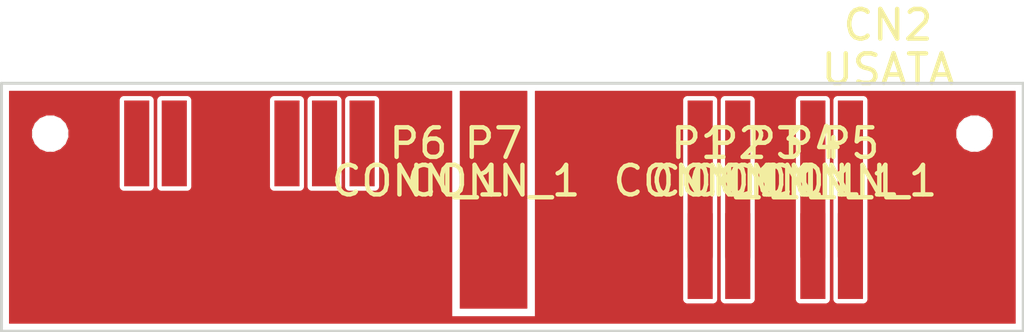
<source format=kicad_pcb>
(kicad_pcb (version 3) (host pcbnew "(2013-07-07 BZR 4022)-stable")

  (general
    (links 12)
    (no_connects 0)
    (area 129.997999 75.285 164.642001 86.410001)
    (thickness 1.6)
    (drawings 4)
    (tracks 4)
    (zones 0)
    (modules 8)
    (nets 7)
  )

  (page A4)
  (layers
    (15 F.Cu signal)
    (0 B.Cu signal)
    (16 B.Adhes user)
    (17 F.Adhes user)
    (18 B.Paste user)
    (19 F.Paste user)
    (20 B.SilkS user)
    (21 F.SilkS user)
    (22 B.Mask user)
    (23 F.Mask user)
    (24 Dwgs.User user)
    (25 Cmts.User user)
    (26 Eco1.User user)
    (27 Eco2.User user)
    (28 Edge.Cuts user)
  )

  (setup
    (last_trace_width 0.85)
    (trace_clearance 0.15)
    (zone_clearance 0.0254)
    (zone_45_only no)
    (trace_min 0.254)
    (segment_width 0.1)
    (edge_width 0.1)
    (via_size 0.889)
    (via_drill 0.635)
    (via_min_size 0.889)
    (via_min_drill 0.508)
    (uvia_size 0.508)
    (uvia_drill 0.127)
    (uvias_allowed no)
    (uvia_min_size 0.508)
    (uvia_min_drill 0.127)
    (pcb_text_width 0.1)
    (pcb_text_size 0.1 0.1)
    (mod_edge_width 0.1)
    (mod_text_size 0.1 0.1)
    (mod_text_width 0.1)
    (pad_size 0.85 2.9)
    (pad_drill 0)
    (pad_to_mask_clearance 0)
    (aux_axis_origin 0 0)
    (visible_elements 7FFFFFFF)
    (pcbplotparams
      (layerselection 268468224)
      (usegerberextensions true)
      (excludeedgelayer false)
      (linewidth 0.150000)
      (plotframeref false)
      (viasonmask false)
      (mode 1)
      (useauxorigin true)
      (hpglpennumber 1)
      (hpglpenspeed 20)
      (hpglpendiameter 15)
      (hpglpenoverlay 2)
      (psnegative false)
      (psa4output false)
      (plotreference true)
      (plotvalue false)
      (plotothertext false)
      (plotinvisibletext false)
      (padsonsilk false)
      (subtractmaskfromsilk false)
      (outputformat 1)
      (mirror false)
      (drillshape 0)
      (scaleselection 1)
      (outputdirectory Gerber/))
  )

  (net 0 "")
  (net 1 /+3.3V)
  (net 2 /A+)
  (net 3 /A-)
  (net 4 /B+)
  (net 5 /B-)
  (net 6 /GND)

  (net_class Default "This is the default net class."
    (clearance 0.15)
    (trace_width 0.85)
    (via_dia 0.889)
    (via_drill 0.635)
    (uvia_dia 0.508)
    (uvia_drill 0.127)
    (add_net "")
    (add_net /+3.3V)
    (add_net /A+)
    (add_net /A-)
    (add_net /B+)
    (add_net /B-)
    (add_net /GND)
  )

  (module uSATA (layer F.Cu) (tedit 54479C74) (tstamp 544804AA)
    (at 160.02 80.01)
    (path /53E0E90C)
    (fp_text reference CN2 (at 0 -4) (layer F.SilkS)
      (effects (font (size 1 1) (thickness 0.15)))
    )
    (fp_text value USATA (at 0 -2.5) (layer F.SilkS)
      (effects (font (size 1 1) (thickness 0.15)))
    )
    (pad 1 smd rect (at 0 0) (size 0.85 2.9)
      (layers F.Cu F.Paste F.Mask)
      (net 6 /GND)
    )
    (pad 2 smd rect (at -1.27 0) (size 0.85 2.9)
      (layers F.Cu F.Paste F.Mask)
      (net 2 /A+)
    )
    (pad 3 smd rect (at -2.54 0) (size 0.85 2.9)
      (layers F.Cu F.Paste F.Mask)
      (net 3 /A-)
    )
    (pad 4 smd rect (at -3.81 0) (size 0.85 2.9)
      (layers F.Cu F.Paste F.Mask)
      (net 6 /GND)
    )
    (pad 5 smd rect (at -5.08 0) (size 0.85 2.9)
      (layers F.Cu F.Paste F.Mask)
      (net 5 /B-)
    )
    (pad 6 smd rect (at -6.35 0) (size 0.85 2.9)
      (layers F.Cu F.Paste F.Mask)
      (net 4 /B+)
    )
    (pad 7 smd rect (at -7.62 0) (size 0.85 2.9)
      (layers F.Cu F.Paste F.Mask)
      (net 6 /GND)
    )
    (pad "" thru_hole circle (at 2.925 -0.33) (size 1.18 1.18) (drill 1.18)
      (layers *.Mask F.Cu F.SilkS)
      (clearance 0.0001)
    )
    (pad 8 smd rect (at -12.7 0) (size 0.85 2.9)
      (layers F.Cu F.Paste F.Mask)
      (net 1 /+3.3V)
    )
    (pad 9 smd rect (at -13.97 0) (size 0.85 2.9)
      (layers F.Cu F.Paste F.Mask)
      (net 1 /+3.3V)
    )
    (pad 10 smd rect (at -15.24 0) (size 0.85 2.9)
      (layers F.Cu F.Paste F.Mask)
      (net 6 /GND)
    )
    (pad 11 smd rect (at -16.51 0) (size 0.85 2.9)
      (layers F.Cu F.Paste F.Mask)
      (net 6 /GND)
    )
    (pad 12 smd rect (at -17.78 0) (size 0.85 2.9)
      (layers F.Cu F.Paste F.Mask)
    )
    (pad 13 smd rect (at -19.05 0) (size 0.85 2.9)
      (layers F.Cu F.Paste F.Mask)
    )
    (pad 14 smd rect (at -20.32 0) (size 0.85 2.9)
      (layers F.Cu F.Paste F.Mask)
    )
    (pad 15 smd rect (at -24.13 0) (size 0.85 2.9)
      (layers F.Cu F.Paste F.Mask)
    )
    (pad 16 smd rect (at -25.4 0) (size 0.85 2.9)
      (layers F.Cu F.Paste F.Mask)
    )
    (pad "" thru_hole circle (at -28.325 -0.33) (size 1.18 1.18) (drill 1.18)
      (layers *.Mask F.Cu F.SilkS)
      (clearance 0.0001)
    )
  )

  (module smd_usata (layer F.Cu) (tedit 5446484C) (tstamp 544801FE)
    (at 153.67 83.82)
    (path /54462EF2)
    (fp_text reference P1 (at 0 -3.81) (layer F.SilkS)
      (effects (font (size 1 1) (thickness 0.15)))
    )
    (fp_text value CONN_1 (at 0 -2.54) (layer F.SilkS)
      (effects (font (size 1 1) (thickness 0.15)))
    )
    (pad 1 smd rect (at 0 0) (size 0.85 2.9)
      (layers F.Cu F.Paste F.Mask)
      (net 4 /B+)
    )
  )

  (module smd_usata (layer F.Cu) (tedit 5446484C) (tstamp 54480203)
    (at 154.94 83.82)
    (path /54462F8B)
    (fp_text reference P2 (at 0 -3.81) (layer F.SilkS)
      (effects (font (size 1 1) (thickness 0.15)))
    )
    (fp_text value CONN_1 (at 0 -2.54) (layer F.SilkS)
      (effects (font (size 1 1) (thickness 0.15)))
    )
    (pad 1 smd rect (at 0 0) (size 0.85 2.9)
      (layers F.Cu F.Paste F.Mask)
      (net 5 /B-)
    )
  )

  (module smd_usata (layer F.Cu) (tedit 5446484C) (tstamp 54480208)
    (at 156.21 83.82)
    (path /54462F91)
    (fp_text reference P3 (at 0 -3.81) (layer F.SilkS)
      (effects (font (size 1 1) (thickness 0.15)))
    )
    (fp_text value CONN_1 (at 0 -2.54) (layer F.SilkS)
      (effects (font (size 1 1) (thickness 0.15)))
    )
    (pad 1 smd rect (at 0 0) (size 0.85 2.9)
      (layers F.Cu F.Paste F.Mask)
      (net 6 /GND)
    )
  )

  (module smd_usata (layer F.Cu) (tedit 5446484C) (tstamp 5448020D)
    (at 157.48 83.82)
    (path /54462F97)
    (fp_text reference P4 (at 0 -3.81) (layer F.SilkS)
      (effects (font (size 1 1) (thickness 0.15)))
    )
    (fp_text value CONN_1 (at 0 -2.54) (layer F.SilkS)
      (effects (font (size 1 1) (thickness 0.15)))
    )
    (pad 1 smd rect (at 0 0) (size 0.85 2.9)
      (layers F.Cu F.Paste F.Mask)
      (net 3 /A-)
    )
  )

  (module smd_usata (layer F.Cu) (tedit 5446484C) (tstamp 54480212)
    (at 158.75 83.82)
    (path /54462F9D)
    (fp_text reference P5 (at 0 -3.81) (layer F.SilkS)
      (effects (font (size 1 1) (thickness 0.15)))
    )
    (fp_text value CONN_1 (at 0 -2.54) (layer F.SilkS)
      (effects (font (size 1 1) (thickness 0.15)))
    )
    (pad 1 smd rect (at 0 0) (size 0.85 2.9)
      (layers F.Cu F.Paste F.Mask)
      (net 2 /A+)
    )
  )

  (module smd_usata (layer F.Cu) (tedit 5446484C) (tstamp 544805FE)
    (at 144.145 83.82)
    (path /54462FA3)
    (fp_text reference P6 (at 0 -3.81) (layer F.SilkS)
      (effects (font (size 1 1) (thickness 0.15)))
    )
    (fp_text value CONN_1 (at 0 -2.54) (layer F.SilkS)
      (effects (font (size 1 1) (thickness 0.15)))
    )
    (pad 1 smd rect (at 0 0) (size 0.85 2.9)
      (layers F.Cu F.Paste F.Mask)
      (net 6 /GND)
    )
  )

  (module smd_usata (layer F.Cu) (tedit 5446484C) (tstamp 54480604)
    (at 146.685 83.82)
    (path /54462FA9)
    (fp_text reference P7 (at 0 -3.81) (layer F.SilkS)
      (effects (font (size 1 1) (thickness 0.15)))
    )
    (fp_text value CONN_1 (at 0 -2.54) (layer F.SilkS)
      (effects (font (size 1 1) (thickness 0.15)))
    )
    (pad 1 smd rect (at 0 0) (size 0.85 2.9)
      (layers F.Cu F.Paste F.Mask)
      (net 1 /+3.3V)
    )
  )

  (gr_line (start 130.048 77.978) (end 164.592 77.978) (angle 90) (layer Edge.Cuts) (width 0.1))
  (gr_line (start 130.048 86.36) (end 130.048 77.978) (angle 90) (layer Edge.Cuts) (width 0.1))
  (gr_line (start 164.592 86.36) (end 130.048 86.36) (angle 90) (layer Edge.Cuts) (width 0.1))
  (gr_line (start 164.592 77.978) (end 164.592 86.36) (angle 90) (layer Edge.Cuts) (width 0.1))

  (segment (start 158.75 83.82) (end 158.75 80.01) (width 0.85) (layer F.Cu) (net 2))
  (segment (start 157.48 83.82) (end 157.48 80.01) (width 0.85) (layer F.Cu) (net 3))
  (segment (start 153.67 83.82) (end 153.67 80.01) (width 0.85) (layer F.Cu) (net 4))
  (segment (start 154.94 83.82) (end 154.94 80.01) (width 0.85) (layer F.Cu) (net 5))

  (zone (net 1) (net_name /+3.3V) (layer F.Cu) (tstamp 544802CB) (hatch edge 0.508)
    (connect_pads yes (clearance 0.0254))
    (min_thickness 0.0254)
    (fill (arc_segments 16) (thermal_gap 0.108) (thermal_bridge_width 0.408))
    (polygon
      (pts
        (xy 147.828 85.598) (xy 145.542 85.598) (xy 145.542 78.232) (xy 147.828 78.232)
      )
    )
    (filled_polygon
      (pts
        (xy 147.8153 85.5853) (xy 145.5547 85.5853) (xy 145.5547 78.2447) (xy 147.8153 78.2447) (xy 147.8153 85.5853)
      )
    )
  )
  (zone (net 6) (net_name /GND) (layer F.Cu) (tstamp 544802D2) (hatch edge 0.508)
    (connect_pads yes (clearance 0.0254))
    (min_thickness 0.0254)
    (fill (arc_segments 16) (thermal_gap 0.108) (thermal_bridge_width 0.408))
    (polygon
      (pts
        (xy 164.338 86.106) (xy 130.302 86.106) (xy 130.302 78.232) (xy 145.288 78.232) (xy 145.288 85.852)
        (xy 148.082 85.852) (xy 148.082 78.232) (xy 164.338 78.232)
      )
    )
    (filled_polygon
      (pts
        (xy 164.3253 86.0933) (xy 163.573209 86.0933) (xy 163.573209 79.555611) (xy 163.477788 79.324675) (xy 163.301254 79.147833)
        (xy 163.070485 79.052009) (xy 162.820611 79.051791) (xy 162.589675 79.147212) (xy 162.412833 79.323746) (xy 162.317009 79.554515)
        (xy 162.316791 79.804389) (xy 162.412212 80.035325) (xy 162.588746 80.212167) (xy 162.819515 80.307991) (xy 163.069389 80.308209)
        (xy 163.300325 80.212788) (xy 163.477167 80.036254) (xy 163.572991 79.805485) (xy 163.573209 79.555611) (xy 163.573209 86.0933)
        (xy 159.337728 86.0933) (xy 159.337728 85.237779) (xy 159.337728 82.337779) (xy 159.3377 82.337711) (xy 159.3377 81.460142)
        (xy 159.337728 81.427779) (xy 159.337728 78.527779) (xy 159.313011 78.467958) (xy 159.267282 78.42215) (xy 159.207505 78.397328)
        (xy 159.142779 78.397272) (xy 158.292779 78.397272) (xy 158.232958 78.421989) (xy 158.18715 78.467718) (xy 158.162328 78.527495)
        (xy 158.162272 78.592221) (xy 158.162272 81.492221) (xy 158.1623 81.492288) (xy 158.1623 82.369858) (xy 158.162272 82.402221)
        (xy 158.162272 85.302221) (xy 158.186989 85.362042) (xy 158.232718 85.40785) (xy 158.292495 85.432672) (xy 158.357221 85.432728)
        (xy 159.207221 85.432728) (xy 159.267042 85.408011) (xy 159.31285 85.362282) (xy 159.337672 85.302505) (xy 159.337728 85.237779)
        (xy 159.337728 86.0933) (xy 158.067728 86.0933) (xy 158.067728 85.237779) (xy 158.067728 82.337779) (xy 158.0677 82.337711)
        (xy 158.0677 81.460142) (xy 158.067728 81.427779) (xy 158.067728 78.527779) (xy 158.043011 78.467958) (xy 157.997282 78.42215)
        (xy 157.937505 78.397328) (xy 157.872779 78.397272) (xy 157.022779 78.397272) (xy 156.962958 78.421989) (xy 156.91715 78.467718)
        (xy 156.892328 78.527495) (xy 156.892272 78.592221) (xy 156.892272 81.492221) (xy 156.8923 81.492288) (xy 156.8923 82.369858)
        (xy 156.892272 82.402221) (xy 156.892272 85.302221) (xy 156.916989 85.362042) (xy 156.962718 85.40785) (xy 157.022495 85.432672)
        (xy 157.087221 85.432728) (xy 157.937221 85.432728) (xy 157.997042 85.408011) (xy 158.04285 85.362282) (xy 158.067672 85.302505)
        (xy 158.067728 85.237779) (xy 158.067728 86.0933) (xy 155.527728 86.0933) (xy 155.527728 85.237779) (xy 155.527728 82.337779)
        (xy 155.5277 82.337711) (xy 155.5277 81.460142) (xy 155.527728 81.427779) (xy 155.527728 78.527779) (xy 155.503011 78.467958)
        (xy 155.457282 78.42215) (xy 155.397505 78.397328) (xy 155.332779 78.397272) (xy 154.482779 78.397272) (xy 154.422958 78.421989)
        (xy 154.37715 78.467718) (xy 154.352328 78.527495) (xy 154.352272 78.592221) (xy 154.352272 81.492221) (xy 154.3523 81.492288)
        (xy 154.3523 82.369858) (xy 154.352272 82.402221) (xy 154.352272 85.302221) (xy 154.376989 85.362042) (xy 154.422718 85.40785)
        (xy 154.482495 85.432672) (xy 154.547221 85.432728) (xy 155.397221 85.432728) (xy 155.457042 85.408011) (xy 155.50285 85.362282)
        (xy 155.527672 85.302505) (xy 155.527728 85.237779) (xy 155.527728 86.0933) (xy 154.257728 86.0933) (xy 154.257728 85.237779)
        (xy 154.257728 82.337779) (xy 154.2577 82.337711) (xy 154.2577 81.460142) (xy 154.257728 81.427779) (xy 154.257728 78.527779)
        (xy 154.233011 78.467958) (xy 154.187282 78.42215) (xy 154.127505 78.397328) (xy 154.062779 78.397272) (xy 153.212779 78.397272)
        (xy 153.152958 78.421989) (xy 153.10715 78.467718) (xy 153.082328 78.527495) (xy 153.082272 78.592221) (xy 153.082272 81.492221)
        (xy 153.0823 81.492288) (xy 153.0823 82.369858) (xy 153.082272 82.402221) (xy 153.082272 85.302221) (xy 153.106989 85.362042)
        (xy 153.152718 85.40785) (xy 153.212495 85.432672) (xy 153.277221 85.432728) (xy 154.127221 85.432728) (xy 154.187042 85.408011)
        (xy 154.23285 85.362282) (xy 154.257672 85.302505) (xy 154.257728 85.237779) (xy 154.257728 86.0933) (xy 142.827728 86.0933)
        (xy 142.827728 81.427779) (xy 142.827728 78.527779) (xy 142.803011 78.467958) (xy 142.757282 78.42215) (xy 142.697505 78.397328)
        (xy 142.632779 78.397272) (xy 141.782779 78.397272) (xy 141.722958 78.421989) (xy 141.67715 78.467718) (xy 141.652328 78.527495)
        (xy 141.652272 78.592221) (xy 141.652272 81.492221) (xy 141.676989 81.552042) (xy 141.722718 81.59785) (xy 141.782495 81.622672)
        (xy 141.847221 81.622728) (xy 142.697221 81.622728) (xy 142.757042 81.598011) (xy 142.80285 81.552282) (xy 142.827672 81.492505)
        (xy 142.827728 81.427779) (xy 142.827728 86.0933) (xy 141.557728 86.0933) (xy 141.557728 81.427779) (xy 141.557728 78.527779)
        (xy 141.533011 78.467958) (xy 141.487282 78.42215) (xy 141.427505 78.397328) (xy 141.362779 78.397272) (xy 140.512779 78.397272)
        (xy 140.452958 78.421989) (xy 140.40715 78.467718) (xy 140.382328 78.527495) (xy 140.382272 78.592221) (xy 140.382272 81.492221)
        (xy 140.406989 81.552042) (xy 140.452718 81.59785) (xy 140.512495 81.622672) (xy 140.577221 81.622728) (xy 141.427221 81.622728)
        (xy 141.487042 81.598011) (xy 141.53285 81.552282) (xy 141.557672 81.492505) (xy 141.557728 81.427779) (xy 141.557728 86.0933)
        (xy 140.287728 86.0933) (xy 140.287728 81.427779) (xy 140.287728 78.527779) (xy 140.263011 78.467958) (xy 140.217282 78.42215)
        (xy 140.157505 78.397328) (xy 140.092779 78.397272) (xy 139.242779 78.397272) (xy 139.182958 78.421989) (xy 139.13715 78.467718)
        (xy 139.112328 78.527495) (xy 139.112272 78.592221) (xy 139.112272 81.492221) (xy 139.136989 81.552042) (xy 139.182718 81.59785)
        (xy 139.242495 81.622672) (xy 139.307221 81.622728) (xy 140.157221 81.622728) (xy 140.217042 81.598011) (xy 140.26285 81.552282)
        (xy 140.287672 81.492505) (xy 140.287728 81.427779) (xy 140.287728 86.0933) (xy 136.477728 86.0933) (xy 136.477728 81.427779)
        (xy 136.477728 78.527779) (xy 136.453011 78.467958) (xy 136.407282 78.42215) (xy 136.347505 78.397328) (xy 136.282779 78.397272)
        (xy 135.432779 78.397272) (xy 135.372958 78.421989) (xy 135.32715 78.467718) (xy 135.302328 78.527495) (xy 135.302272 78.592221)
        (xy 135.302272 81.492221) (xy 135.326989 81.552042) (xy 135.372718 81.59785) (xy 135.432495 81.622672) (xy 135.497221 81.622728)
        (xy 136.347221 81.622728) (xy 136.407042 81.598011) (xy 136.45285 81.552282) (xy 136.477672 81.492505) (xy 136.477728 81.427779)
        (xy 136.477728 86.0933) (xy 135.207728 86.0933) (xy 135.207728 81.427779) (xy 135.207728 78.527779) (xy 135.183011 78.467958)
        (xy 135.137282 78.42215) (xy 135.077505 78.397328) (xy 135.012779 78.397272) (xy 134.162779 78.397272) (xy 134.102958 78.421989)
        (xy 134.05715 78.467718) (xy 134.032328 78.527495) (xy 134.032272 78.592221) (xy 134.032272 81.492221) (xy 134.056989 81.552042)
        (xy 134.102718 81.59785) (xy 134.162495 81.622672) (xy 134.227221 81.622728) (xy 135.077221 81.622728) (xy 135.137042 81.598011)
        (xy 135.18285 81.552282) (xy 135.207672 81.492505) (xy 135.207728 81.427779) (xy 135.207728 86.0933) (xy 132.323209 86.0933)
        (xy 132.323209 79.555611) (xy 132.227788 79.324675) (xy 132.051254 79.147833) (xy 131.820485 79.052009) (xy 131.570611 79.051791)
        (xy 131.339675 79.147212) (xy 131.162833 79.323746) (xy 131.067009 79.554515) (xy 131.066791 79.804389) (xy 131.162212 80.035325)
        (xy 131.338746 80.212167) (xy 131.569515 80.307991) (xy 131.819389 80.308209) (xy 132.050325 80.212788) (xy 132.227167 80.036254)
        (xy 132.322991 79.805485) (xy 132.323209 79.555611) (xy 132.323209 86.0933) (xy 130.3147 86.0933) (xy 130.3147 78.2447)
        (xy 145.2753 78.2447) (xy 145.2753 85.8647) (xy 148.0947 85.8647) (xy 148.0947 78.2447) (xy 164.3253 78.2447)
        (xy 164.3253 86.0933)
      )
    )
  )
)

</source>
